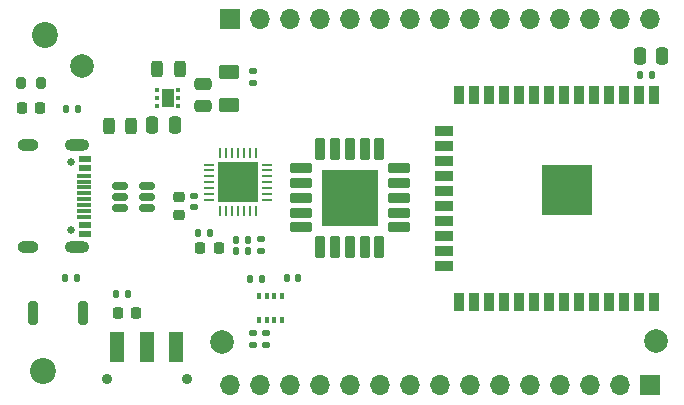
<source format=gbr>
%TF.GenerationSoftware,KiCad,Pcbnew,7.0.5-0*%
%TF.CreationDate,2024-04-29T00:28:01+02:00*%
%TF.ProjectId,esp32-eter,65737033-322d-4657-9465-722e6b696361,rev?*%
%TF.SameCoordinates,Original*%
%TF.FileFunction,Soldermask,Top*%
%TF.FilePolarity,Negative*%
%FSLAX46Y46*%
G04 Gerber Fmt 4.6, Leading zero omitted, Abs format (unit mm)*
G04 Created by KiCad (PCBNEW 7.0.5-0) date 2024-04-29 00:28:01*
%MOMM*%
%LPD*%
G01*
G04 APERTURE LIST*
G04 Aperture macros list*
%AMRoundRect*
0 Rectangle with rounded corners*
0 $1 Rounding radius*
0 $2 $3 $4 $5 $6 $7 $8 $9 X,Y pos of 4 corners*
0 Add a 4 corners polygon primitive as box body*
4,1,4,$2,$3,$4,$5,$6,$7,$8,$9,$2,$3,0*
0 Add four circle primitives for the rounded corners*
1,1,$1+$1,$2,$3*
1,1,$1+$1,$4,$5*
1,1,$1+$1,$6,$7*
1,1,$1+$1,$8,$9*
0 Add four rect primitives between the rounded corners*
20,1,$1+$1,$2,$3,$4,$5,0*
20,1,$1+$1,$4,$5,$6,$7,0*
20,1,$1+$1,$6,$7,$8,$9,0*
20,1,$1+$1,$8,$9,$2,$3,0*%
G04 Aperture macros list end*
%ADD10RoundRect,0.135000X0.135000X0.185000X-0.135000X0.185000X-0.135000X-0.185000X0.135000X-0.185000X0*%
%ADD11C,2.000000*%
%ADD12R,1.700000X1.700000*%
%ADD13O,1.700000X1.700000*%
%ADD14R,0.900000X1.500000*%
%ADD15R,1.500000X0.900000*%
%ADD16C,0.600000*%
%ADD17R,4.200000X4.200000*%
%ADD18RoundRect,0.140000X-0.140000X-0.170000X0.140000X-0.170000X0.140000X0.170000X-0.140000X0.170000X0*%
%ADD19RoundRect,0.200000X-0.200000X-0.275000X0.200000X-0.275000X0.200000X0.275000X-0.200000X0.275000X0*%
%ADD20RoundRect,0.135000X-0.185000X0.135000X-0.185000X-0.135000X0.185000X-0.135000X0.185000X0.135000X0*%
%ADD21RoundRect,0.093750X0.093750X0.106250X-0.093750X0.106250X-0.093750X-0.106250X0.093750X-0.106250X0*%
%ADD22R,1.000000X1.600000*%
%ADD23C,0.650000*%
%ADD24R,1.000000X0.600000*%
%ADD25R,1.150000X0.300000*%
%ADD26O,2.100000X1.000000*%
%ADD27O,1.800000X1.000000*%
%ADD28RoundRect,0.250000X0.475000X-0.250000X0.475000X0.250000X-0.475000X0.250000X-0.475000X-0.250000X0*%
%ADD29RoundRect,0.243750X0.243750X0.456250X-0.243750X0.456250X-0.243750X-0.456250X0.243750X-0.456250X0*%
%ADD30C,0.900000*%
%ADD31R,1.250000X2.500000*%
%ADD32RoundRect,0.140000X-0.170000X0.140000X-0.170000X-0.140000X0.170000X-0.140000X0.170000X0.140000X0*%
%ADD33R,0.350000X0.500000*%
%ADD34RoundRect,0.250000X-0.625000X0.375000X-0.625000X-0.375000X0.625000X-0.375000X0.625000X0.375000X0*%
%ADD35RoundRect,0.135000X-0.135000X-0.185000X0.135000X-0.185000X0.135000X0.185000X-0.135000X0.185000X0*%
%ADD36RoundRect,0.140000X0.140000X0.170000X-0.140000X0.170000X-0.140000X-0.170000X0.140000X-0.170000X0*%
%ADD37RoundRect,0.225000X-0.250000X0.225000X-0.250000X-0.225000X0.250000X-0.225000X0.250000X0.225000X0*%
%ADD38C,2.200000*%
%ADD39RoundRect,0.250000X-0.250000X-0.475000X0.250000X-0.475000X0.250000X0.475000X-0.250000X0.475000X0*%
%ADD40RoundRect,0.243750X-0.243750X-0.456250X0.243750X-0.456250X0.243750X0.456250X-0.243750X0.456250X0*%
%ADD41RoundRect,0.062500X-0.337500X-0.062500X0.337500X-0.062500X0.337500X0.062500X-0.337500X0.062500X0*%
%ADD42RoundRect,0.062500X-0.062500X-0.337500X0.062500X-0.337500X0.062500X0.337500X-0.062500X0.337500X0*%
%ADD43R,3.350000X3.350000*%
%ADD44RoundRect,0.225000X-0.225000X-0.250000X0.225000X-0.250000X0.225000X0.250000X-0.225000X0.250000X0*%
%ADD45RoundRect,0.200000X0.200000X0.800000X-0.200000X0.800000X-0.200000X-0.800000X0.200000X-0.800000X0*%
%ADD46RoundRect,0.135000X0.185000X-0.135000X0.185000X0.135000X-0.185000X0.135000X-0.185000X-0.135000X0*%
%ADD47RoundRect,0.212500X-0.737500X-0.212500X0.737500X-0.212500X0.737500X0.212500X-0.737500X0.212500X0*%
%ADD48RoundRect,0.212500X-0.212500X-0.737500X0.212500X-0.737500X0.212500X0.737500X-0.212500X0.737500X0*%
%ADD49R,4.800000X4.800000*%
%ADD50RoundRect,0.150000X-0.512500X-0.150000X0.512500X-0.150000X0.512500X0.150000X-0.512500X0.150000X0*%
G04 APERTURE END LIST*
D10*
%TO.C,R3*%
X87560000Y-71660000D03*
X86540000Y-71660000D03*
%TD*%
D11*
%TO.C,FM2*%
X73500000Y-56000000D03*
%TD*%
D12*
%TO.C,J2*%
X121620000Y-83000000D03*
D13*
X119080000Y-83000000D03*
X116540000Y-83000000D03*
X114000000Y-83000000D03*
X111460000Y-83000000D03*
X108920000Y-83000000D03*
X106380000Y-83000000D03*
X103840000Y-83000000D03*
X101300000Y-83000000D03*
X98760000Y-83000000D03*
X96220000Y-83000000D03*
X93680000Y-83000000D03*
X91140000Y-83000000D03*
X88600000Y-83000000D03*
X86060000Y-83000000D03*
%TD*%
D12*
%TO.C,J3*%
X86060000Y-52000000D03*
D13*
X88600000Y-52000000D03*
X91140000Y-52000000D03*
X93680000Y-52000000D03*
X96220000Y-52000000D03*
X98760000Y-52000000D03*
X101300000Y-52000000D03*
X103840000Y-52000000D03*
X106380000Y-52000000D03*
X108920000Y-52000000D03*
X111460000Y-52000000D03*
X114000000Y-52000000D03*
X116540000Y-52000000D03*
X119080000Y-52000000D03*
X121620000Y-52000000D03*
%TD*%
D14*
%TO.C,U1*%
X121920000Y-58420000D03*
X120650000Y-58420000D03*
X119380000Y-58420000D03*
X118110000Y-58420000D03*
X116840000Y-58420000D03*
X115570000Y-58420000D03*
X114300000Y-58420000D03*
X113030000Y-58420000D03*
X111760000Y-58420000D03*
X110490000Y-58420000D03*
X109220000Y-58420000D03*
X107950000Y-58420000D03*
X106680000Y-58420000D03*
X105410000Y-58420000D03*
D15*
X104160000Y-61460000D03*
X104160000Y-62730000D03*
X104160000Y-64000000D03*
X104160000Y-65270000D03*
X104160000Y-66540000D03*
X104160000Y-67810000D03*
X104160000Y-69080000D03*
X104160000Y-70350000D03*
X104160000Y-71620000D03*
X104160000Y-72890000D03*
D14*
X105410000Y-75920000D03*
X106680000Y-75920000D03*
X107950000Y-75920000D03*
X109220000Y-75920000D03*
X110490000Y-75920000D03*
X111760000Y-75920000D03*
X113030000Y-75920000D03*
X114300000Y-75920000D03*
X115570000Y-75920000D03*
X116840000Y-75920000D03*
X118110000Y-75920000D03*
X119380000Y-75920000D03*
X120650000Y-75920000D03*
X121920000Y-75920000D03*
D16*
X115342500Y-64965000D03*
X113817500Y-64965000D03*
X116105000Y-65727500D03*
X114580000Y-65727500D03*
X113055000Y-65727500D03*
X115342500Y-66490000D03*
D17*
X114580000Y-66490000D03*
D16*
X113817500Y-66490000D03*
X116105000Y-67252500D03*
X114580000Y-67252500D03*
X113055000Y-67252500D03*
X115342500Y-68015000D03*
X113817500Y-68015000D03*
%TD*%
D10*
%TO.C,R8*%
X77420000Y-75300000D03*
X76400000Y-75300000D03*
%TD*%
D18*
%TO.C,C2*%
X120770000Y-56750000D03*
X121730000Y-56750000D03*
%TD*%
D19*
%TO.C,R10*%
X68345000Y-57430000D03*
X69995000Y-57430000D03*
%TD*%
D20*
%TO.C,R7*%
X89050000Y-78600000D03*
X89050000Y-79620000D03*
%TD*%
D21*
%TO.C,U4*%
X81650000Y-59340000D03*
X81650000Y-58690000D03*
X81650000Y-58040000D03*
X79875000Y-58040000D03*
X79875000Y-58690000D03*
X79875000Y-59340000D03*
D22*
X80762500Y-58690000D03*
%TD*%
D23*
%TO.C,J1*%
X72605000Y-64110000D03*
X72605000Y-69890000D03*
D24*
X73755000Y-63800000D03*
X73755000Y-64600000D03*
D25*
X73680000Y-65750000D03*
X73680000Y-66750000D03*
X73680000Y-67250000D03*
X73680000Y-68250000D03*
D24*
X73755000Y-69400000D03*
X73755000Y-70200000D03*
X73755000Y-70200000D03*
X73755000Y-69400000D03*
D25*
X73680000Y-68750000D03*
X73680000Y-67750000D03*
X73680000Y-66250000D03*
X73680000Y-65250000D03*
D24*
X73755000Y-64600000D03*
X73755000Y-63800000D03*
D26*
X73105000Y-62680000D03*
D27*
X68925000Y-62680000D03*
D26*
X73105000Y-71320000D03*
D27*
X68925000Y-71320000D03*
%TD*%
D20*
%TO.C,R9*%
X87962500Y-56350000D03*
X87962500Y-57370000D03*
%TD*%
D28*
%TO.C,C8*%
X83712500Y-59370000D03*
X83712500Y-57470000D03*
%TD*%
D29*
%TO.C,D1*%
X77662500Y-61020000D03*
X75787500Y-61020000D03*
%TD*%
D18*
%TO.C,C3*%
X83370000Y-70070000D03*
X84330000Y-70070000D03*
%TD*%
D30*
%TO.C,SW2*%
X75600000Y-82500000D03*
X82400000Y-82500000D03*
D31*
X76500000Y-79750000D03*
X79000000Y-79750000D03*
X81500000Y-79750000D03*
%TD*%
D32*
%TO.C,C6*%
X82960000Y-66980000D03*
X82960000Y-67940000D03*
%TD*%
D20*
%TO.C,R6*%
X87950000Y-78600000D03*
X87950000Y-79620000D03*
%TD*%
D33*
%TO.C,U5*%
X90450000Y-77485000D03*
X89800000Y-77485000D03*
X89150000Y-77485000D03*
X88500000Y-77485000D03*
X88500000Y-75435000D03*
X89150000Y-75435000D03*
X89800000Y-75435000D03*
X90450000Y-75435000D03*
%TD*%
D34*
%TO.C,D3*%
X85962500Y-56480000D03*
X85962500Y-59280000D03*
%TD*%
D35*
%TO.C,R4*%
X86530000Y-70660000D03*
X87550000Y-70660000D03*
%TD*%
D36*
%TO.C,C9*%
X88730000Y-74000000D03*
X87770000Y-74000000D03*
%TD*%
D37*
%TO.C,C5*%
X81710000Y-67060000D03*
X81710000Y-68610000D03*
%TD*%
D11*
%TO.C,FM3*%
X122100000Y-79230000D03*
%TD*%
D18*
%TO.C,C10*%
X90870000Y-73950000D03*
X91830000Y-73950000D03*
%TD*%
D38*
%TO.C,H2*%
X70166726Y-81750000D03*
%TD*%
D11*
%TO.C,FM1*%
X85320000Y-79320000D03*
%TD*%
D38*
%TO.C,H1*%
X70333274Y-53333274D03*
%TD*%
D39*
%TO.C,C7*%
X79462500Y-61000000D03*
X81362500Y-61000000D03*
%TD*%
D40*
%TO.C,D2*%
X79887500Y-56200000D03*
X81762500Y-56200000D03*
%TD*%
D41*
%TO.C,U3*%
X84260000Y-64310000D03*
X84260000Y-64810000D03*
X84260000Y-65310000D03*
X84260000Y-65810000D03*
X84260000Y-66310000D03*
X84260000Y-66810000D03*
X84260000Y-67310000D03*
D42*
X85210000Y-68260000D03*
X85710000Y-68260000D03*
X86210000Y-68260000D03*
X86710000Y-68260000D03*
X87210000Y-68260000D03*
X87710000Y-68260000D03*
X88210000Y-68260000D03*
D41*
X89160000Y-67310000D03*
X89160000Y-66810000D03*
X89160000Y-66310000D03*
X89160000Y-65810000D03*
X89160000Y-65310000D03*
X89160000Y-64810000D03*
X89160000Y-64310000D03*
D42*
X88210000Y-63360000D03*
X87710000Y-63360000D03*
X87210000Y-63360000D03*
X86710000Y-63360000D03*
X86210000Y-63360000D03*
X85710000Y-63360000D03*
X85210000Y-63360000D03*
D43*
X86710000Y-65810000D03*
%TD*%
D44*
%TO.C,C11*%
X76525000Y-76900000D03*
X78075000Y-76900000D03*
%TD*%
D39*
%TO.C,C1*%
X120750000Y-55100000D03*
X122650000Y-55100000D03*
%TD*%
D35*
%TO.C,R2*%
X72130000Y-59610000D03*
X73150000Y-59610000D03*
%TD*%
D44*
%TO.C,C4*%
X83525000Y-71370000D03*
X85075000Y-71370000D03*
%TD*%
D45*
%TO.C,SW1*%
X73570000Y-76920000D03*
X69370000Y-76920000D03*
%TD*%
D46*
%TO.C,R5*%
X88650000Y-71670000D03*
X88650000Y-70650000D03*
%TD*%
D47*
%TO.C,U6*%
X92030000Y-64620000D03*
X92030000Y-65870000D03*
X92030000Y-67120000D03*
X92030000Y-68370000D03*
X92030000Y-69620000D03*
D48*
X93680000Y-71270000D03*
X94930000Y-71270000D03*
X96180000Y-71270000D03*
X97430000Y-71270000D03*
X98680000Y-71270000D03*
D47*
X100330000Y-69620000D03*
X100330000Y-68370000D03*
X100330000Y-67120000D03*
X100330000Y-65870000D03*
X100330000Y-64620000D03*
D48*
X98680000Y-62970000D03*
X97430000Y-62970000D03*
X96180000Y-62970000D03*
X94930000Y-62970000D03*
X93680000Y-62970000D03*
D49*
X96180000Y-67120000D03*
%TD*%
D35*
%TO.C,R1*%
X72100000Y-73920000D03*
X73120000Y-73920000D03*
%TD*%
D50*
%TO.C,U2*%
X76762500Y-66130000D03*
X76762500Y-67080000D03*
X76762500Y-68030000D03*
X79037500Y-68030000D03*
X79037500Y-67080000D03*
X79037500Y-66130000D03*
%TD*%
D44*
%TO.C,C12*%
X68425000Y-59560000D03*
X69975000Y-59560000D03*
%TD*%
M02*

</source>
